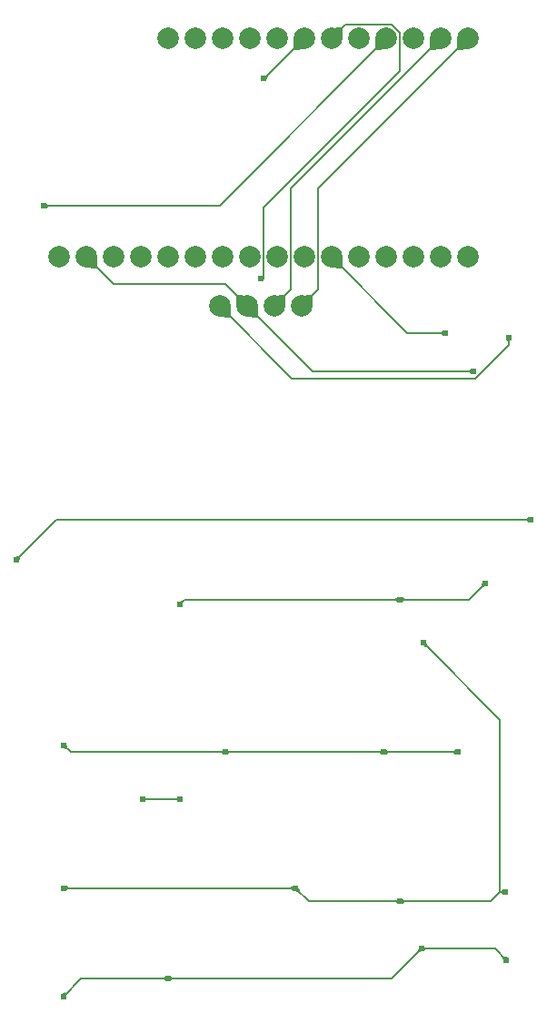
<source format=gbl>
G04 Layer: BottomLayer*
G04 EasyEDA v6.5.22, 2022-12-01 20:45:53*
G04 b50117659dfb47be9d47098780dced8c,a2731e2ff01b41edbee4f831c5fec297,10*
G04 Gerber Generator version 0.2*
G04 Scale: 100 percent, Rotated: No, Reflected: No *
G04 Dimensions in millimeters *
G04 leading zeros omitted , absolute positions ,4 integer and 5 decimal *
%FSLAX45Y45*%
%MOMM*%

%ADD10C,0.1778*%
%ADD11C,2.0000*%
%ADD12C,0.6096*%

%LPD*%
G36*
X5528208Y7103821D02*
G01*
X5506872Y7089851D01*
X5506872Y7072071D01*
X5528208Y7058101D01*
G37*
G36*
X779221Y6745782D02*
G01*
X754278Y6740601D01*
X786587Y6708241D01*
X791819Y6733235D01*
G37*
G36*
X4732528Y8843010D02*
G01*
X4711192Y8829040D01*
X4711192Y8811260D01*
X4732528Y8797290D01*
G37*
G36*
X5299710Y3022295D02*
G01*
X5287162Y3009747D01*
X5292344Y2984754D01*
X5324703Y3017113D01*
G37*
G36*
X4552696Y3115360D02*
G01*
X4552696Y3069640D01*
X4574032Y3083610D01*
X4574032Y3101390D01*
G37*
G36*
X4502150Y3094431D02*
G01*
X4496917Y3069437D01*
X4509516Y3056890D01*
X4534458Y3062071D01*
G37*
G36*
X2152142Y2839720D02*
G01*
X2130806Y2825750D01*
X2130806Y2807970D01*
X2152142Y2794000D01*
G37*
G36*
X2192477Y2839720D02*
G01*
X2192477Y2794000D01*
X2213813Y2807970D01*
X2213813Y2825750D01*
G37*
G36*
X1216660Y2684729D02*
G01*
X1191666Y2679547D01*
X1224026Y2647188D01*
X1229207Y2672181D01*
G37*
G36*
X5289753Y3645560D02*
G01*
X5268417Y3631590D01*
X5268417Y3613810D01*
X5289753Y3599840D01*
G37*
G36*
X4351477Y3554171D02*
G01*
X4351477Y3508451D01*
X4372813Y3522421D01*
X4372813Y3540201D01*
G37*
G36*
X4311142Y3554171D02*
G01*
X4289806Y3540201D01*
X4289806Y3522421D01*
X4311142Y3508451D01*
G37*
G36*
X3389172Y3659225D02*
G01*
X3356813Y3626865D01*
X3381806Y3621684D01*
X3394354Y3634232D01*
G37*
G36*
X3338576Y3680155D02*
G01*
X3317240Y3666185D01*
X3317240Y3648405D01*
X3338576Y3634435D01*
G37*
G36*
X1218946Y3680155D02*
G01*
X1218946Y3634435D01*
X1240282Y3648405D01*
X1240282Y3666185D01*
G37*
G36*
X4580382Y5938215D02*
G01*
X4548022Y5905855D01*
X4573016Y5900674D01*
X4585563Y5913221D01*
G37*
G36*
X4158691Y4942840D02*
G01*
X4137355Y4928870D01*
X4137355Y4911090D01*
X4158691Y4897120D01*
G37*
G36*
X4199026Y4942840D02*
G01*
X4199026Y4897120D01*
X4220362Y4911090D01*
X4220362Y4928870D01*
G37*
G36*
X4847590Y4942840D02*
G01*
X4826254Y4928870D01*
X4826254Y4911090D01*
X4847590Y4897120D01*
G37*
G36*
X1229258Y4985664D02*
G01*
X1196898Y4953355D01*
X1221892Y4948123D01*
X1234440Y4960721D01*
G37*
G36*
X2684729Y4942840D02*
G01*
X2663393Y4928870D01*
X2663393Y4911090D01*
X2684729Y4897120D01*
G37*
G36*
X2725013Y4942840D02*
G01*
X2725013Y4897120D01*
X2746349Y4911090D01*
X2746349Y4928870D01*
G37*
G36*
X5096306Y6495186D02*
G01*
X5091125Y6470192D01*
X5103672Y6457645D01*
X5128666Y6462826D01*
G37*
G36*
X4311142Y6363970D02*
G01*
X4289806Y6350000D01*
X4289806Y6332220D01*
X4311142Y6318250D01*
G37*
G36*
X4351477Y6363970D02*
G01*
X4351477Y6318250D01*
X4372813Y6332220D01*
X4372813Y6350000D01*
G37*
G36*
X2301290Y6328562D02*
G01*
X2276348Y6323380D01*
X2308656Y6291021D01*
X2313889Y6316014D01*
G37*
G36*
X3088589Y11216487D02*
G01*
X3063189Y11214811D01*
X3090519Y11178184D01*
X3099358Y11202060D01*
G37*
G36*
X3057144Y9356699D02*
G01*
X3033420Y9352737D01*
X3065729Y9320428D01*
X3069691Y9344152D01*
G37*
G36*
X1034796Y10025989D02*
G01*
X1034796Y9980269D01*
X1056132Y9994239D01*
X1056132Y10012019D01*
G37*
G36*
X4997754Y8485276D02*
G01*
X4976418Y8471306D01*
X4976418Y8453526D01*
X4997754Y8439556D01*
G37*
G36*
X5319064Y8754973D02*
G01*
X5333034Y8733637D01*
X5350814Y8733637D01*
X5364784Y8754973D01*
G37*
G36*
X1509522Y9531248D02*
G01*
X1403451Y9425178D01*
X1499666Y9422434D01*
X1512265Y9435033D01*
G37*
G36*
X3795522Y9531248D02*
G01*
X3689451Y9425178D01*
X3785666Y9422434D01*
X3798265Y9435033D01*
G37*
G36*
X3341878Y11563248D02*
G01*
X3339134Y11467033D01*
X3351733Y11454434D01*
X3447948Y11457178D01*
G37*
G36*
X3785666Y11659565D02*
G01*
X3689451Y11656822D01*
X3795522Y11550751D01*
X3798265Y11646966D01*
G37*
G36*
X4103878Y11563248D02*
G01*
X4101134Y11467033D01*
X4113733Y11454434D01*
X4209948Y11457178D01*
G37*
G36*
X4611878Y11563248D02*
G01*
X4609134Y11467033D01*
X4621733Y11454434D01*
X4717948Y11457178D01*
G37*
G36*
X4865878Y11563248D02*
G01*
X4863134Y11467033D01*
X4875733Y11454434D01*
X4971948Y11457178D01*
G37*
G36*
X3506266Y9170365D02*
G01*
X3410051Y9167622D01*
X3516122Y9061551D01*
X3518865Y9157766D01*
G37*
G36*
X3252266Y9170365D02*
G01*
X3156051Y9167622D01*
X3262122Y9061551D01*
X3264865Y9157766D01*
G37*
G36*
X3008122Y9074048D02*
G01*
X2902051Y8967978D01*
X2998266Y8965234D01*
X3010865Y8977833D01*
G37*
G36*
X2818333Y9170365D02*
G01*
X2805734Y9157766D01*
X2808478Y9061551D01*
X2914548Y9167622D01*
G37*
G36*
X2754122Y9074048D02*
G01*
X2648051Y8967978D01*
X2744266Y8965234D01*
X2756865Y8977833D01*
G37*
D10*
X5341899Y8775115D02*
G01*
X5341899Y8707348D01*
X5030850Y8396300D01*
X3325799Y8396300D01*
X2654300Y9067800D01*
X5017922Y8462441D02*
G01*
X3513658Y8462441D01*
X2908300Y9067800D01*
X4711700Y11557000D02*
G01*
X3314700Y10160000D01*
X3314700Y9220200D01*
X3162300Y9067800D01*
X4965700Y11557000D02*
G01*
X3568700Y10160000D01*
X3568700Y9220200D01*
X3416300Y9067800D01*
X1014653Y10003154D02*
G01*
X2649854Y10003154D01*
X4203700Y11557000D01*
X3695700Y11557000D02*
G01*
X3824198Y11685498D01*
X4254220Y11685498D01*
X4330700Y11609019D01*
X4330700Y11256975D01*
X3063417Y9989693D01*
X3063417Y9350425D01*
X3035325Y9322333D01*
X3441700Y11557000D02*
G01*
X3069158Y11184458D01*
X3060700Y11184458D01*
X4331309Y6341135D02*
G01*
X2326436Y6341135D01*
X2278252Y6292951D01*
X2704871Y4919979D02*
G01*
X1262608Y4919979D01*
X1198829Y4983759D01*
X5264200Y3622700D02*
G01*
X5264200Y5222036D01*
X4549952Y5936284D01*
X4532553Y3092500D02*
G01*
X5216956Y3092500D01*
X5322773Y2986684D01*
X3695700Y9525000D02*
G01*
X4400550Y8820150D01*
X4752670Y8820150D01*
X756183Y6710171D02*
G01*
X1126947Y7080935D01*
X5548350Y7080935D01*
X4532553Y3092500D02*
G01*
X4256938Y2816885D01*
X2172309Y2816885D01*
X2172309Y2816885D02*
G01*
X1361363Y2816885D01*
X1193596Y2649118D01*
X3358743Y3657295D02*
G01*
X1198803Y3657295D01*
X4331309Y3531285D02*
G01*
X3484752Y3531285D01*
X3358743Y3657295D01*
X5309895Y3622700D02*
G01*
X5264200Y3622700D01*
X4331309Y3531285D02*
G01*
X5172786Y3531285D01*
X5264200Y3622700D01*
X4178858Y4919979D02*
G01*
X4867757Y4919979D01*
X4178858Y4919979D02*
G01*
X2704871Y4919979D01*
X5126736Y6493255D02*
G01*
X4974615Y6341135D01*
X4331309Y6341135D01*
X1409700Y9525000D02*
G01*
X1662988Y9271711D01*
X2704388Y9271711D01*
X2908300Y9067800D01*
X1931415Y4479594D02*
G01*
X2278252Y4479594D01*
D11*
G01*
X2654300Y9067800D03*
G01*
X2908300Y9067800D03*
G01*
X3162300Y9067800D03*
G01*
X3416300Y9067800D03*
G01*
X4965700Y11557000D03*
G01*
X4711700Y11557000D03*
G01*
X4457700Y11557000D03*
G01*
X4203700Y11557000D03*
G01*
X3949700Y11557000D03*
G01*
X3695700Y11557000D03*
G01*
X3441700Y11557000D03*
G01*
X3187700Y11557000D03*
G01*
X2933700Y11557000D03*
G01*
X2679700Y11557000D03*
G01*
X2425700Y11557000D03*
G01*
X2171700Y11557000D03*
G01*
X4965700Y9525000D03*
G01*
X4711700Y9525000D03*
G01*
X4457700Y9525000D03*
G01*
X4203700Y9525000D03*
G01*
X3949700Y9525000D03*
G01*
X3695700Y9525000D03*
G01*
X3441700Y9525000D03*
G01*
X3187700Y9525000D03*
G01*
X2933700Y9525000D03*
G01*
X2679700Y9525000D03*
G01*
X2425700Y9525000D03*
G01*
X2171700Y9525000D03*
G01*
X1917700Y9525000D03*
G01*
X1663700Y9525000D03*
G01*
X1409700Y9525000D03*
G01*
X1155700Y9525000D03*
D12*
G01*
X5341899Y8775115D03*
G01*
X5017922Y8462441D03*
G01*
X1014653Y10003154D03*
G01*
X3035325Y9322333D03*
G01*
X3060700Y11184458D03*
G01*
X2278252Y6292951D03*
G01*
X4331309Y6341135D03*
G01*
X5126736Y6493255D03*
G01*
X2704871Y4919979D03*
G01*
X1198829Y4983759D03*
G01*
X4867757Y4919979D03*
G01*
X4178858Y4919979D03*
G01*
X4549952Y5936284D03*
G01*
X1198803Y3657295D03*
G01*
X3358743Y3657295D03*
G01*
X4331309Y3531285D03*
G01*
X5309895Y3622700D03*
G01*
X1193596Y2649118D03*
G01*
X2172309Y2816885D03*
G01*
X4532553Y3092500D03*
G01*
X5322773Y2986684D03*
G01*
X4752670Y8820150D03*
G01*
X756183Y6710171D03*
G01*
X5548350Y7080935D03*
G01*
X2278252Y4479594D03*
G01*
X1931415Y4479594D03*
M02*

</source>
